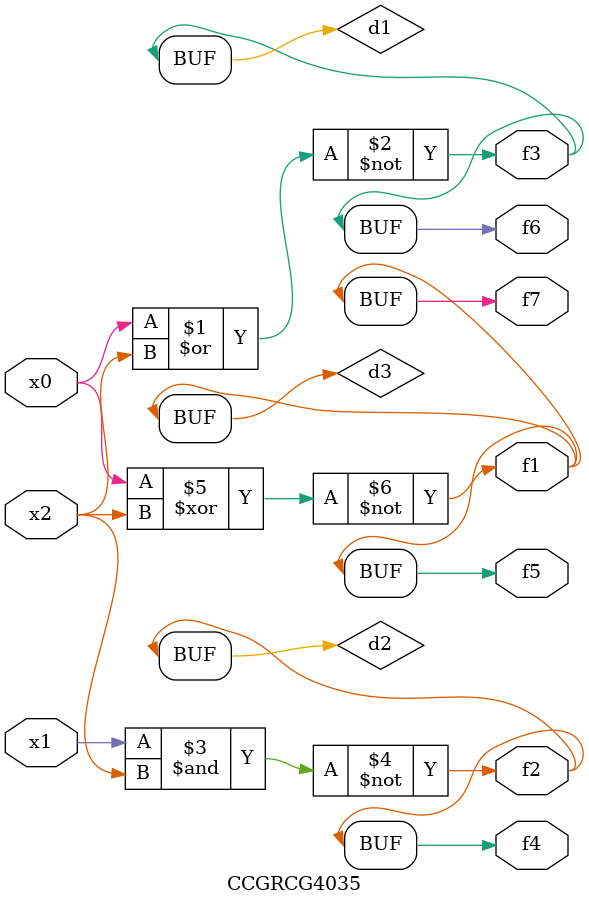
<source format=v>
module CCGRCG4035(
	input x0, x1, x2,
	output f1, f2, f3, f4, f5, f6, f7
);

	wire d1, d2, d3;

	nor (d1, x0, x2);
	nand (d2, x1, x2);
	xnor (d3, x0, x2);
	assign f1 = d3;
	assign f2 = d2;
	assign f3 = d1;
	assign f4 = d2;
	assign f5 = d3;
	assign f6 = d1;
	assign f7 = d3;
endmodule

</source>
